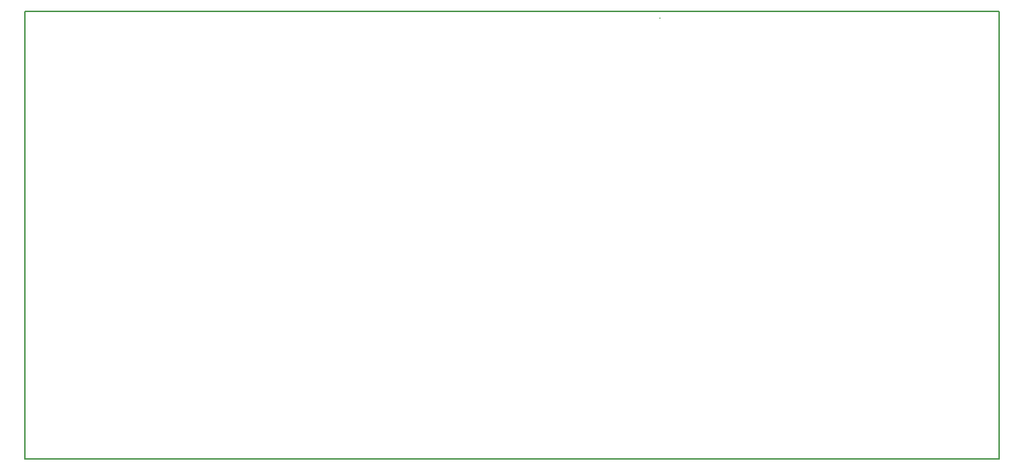
<source format=gbr>
%TF.GenerationSoftware,KiCad,Pcbnew,6.0.2+dfsg-1*%
%TF.CreationDate,2022-06-12T22:28:20-04:00*%
%TF.ProjectId,kim1-earthpeople,6b696d31-2d65-4617-9274-6870656f706c,rev?*%
%TF.SameCoordinates,Original*%
%TF.FileFunction,Profile,NP*%
%FSLAX46Y46*%
G04 Gerber Fmt 4.6, Leading zero omitted, Abs format (unit mm)*
G04 Created by KiCad (PCBNEW 6.0.2+dfsg-1) date 2022-06-12 22:28:20*
%MOMM*%
%LPD*%
G01*
G04 APERTURE LIST*
%TA.AperFunction,Profile*%
%ADD10C,0.150000*%
%TD*%
G04 APERTURE END LIST*
D10*
X195580001Y-69088000D02*
G75*
G03*
X195580001Y-69088000I-1J0D01*
G01*
X202438000Y-68326000D02*
X199898000Y-68326000D01*
X236000000Y-121666000D02*
X120000000Y-121666000D01*
X120000000Y-121666000D02*
X120000000Y-68326000D01*
X120000000Y-68326000D02*
X236000000Y-68326000D01*
X236000000Y-68326000D02*
X236000000Y-121666000D01*
M02*

</source>
